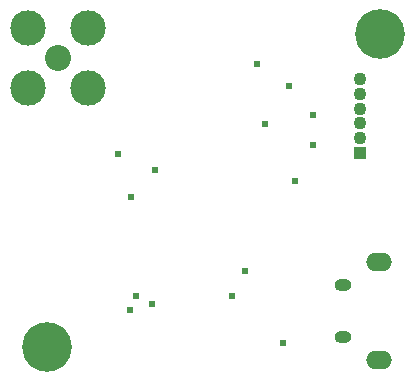
<source format=gbs>
G04 Layer_Color=16711935*
%FSLAX25Y25*%
%MOIN*%
G70*
G01*
G75*
%ADD60C,0.16548*%
%ADD61C,0.08674*%
%ADD62C,0.11824*%
%ADD63C,0.04343*%
%ADD64R,0.04343X0.04343*%
%ADD65O,0.05721X0.04147*%
%ADD66O,0.08674X0.06017*%
%ADD67C,0.02375*%
D60*
X273000Y457500D02*
D03*
X162000Y353000D02*
D03*
D61*
X165500Y449500D02*
D03*
D62*
X155500Y439500D02*
D03*
X175500D02*
D03*
Y459500D02*
D03*
X155500D02*
D03*
D63*
X266217Y442303D02*
D03*
Y422618D02*
D03*
Y427539D02*
D03*
Y432461D02*
D03*
Y437382D02*
D03*
D64*
Y417697D02*
D03*
D65*
X260486Y356240D02*
D03*
Y373760D02*
D03*
D66*
X272514Y381437D02*
D03*
Y348563D02*
D03*
D67*
X232000Y447500D02*
D03*
X242500Y440000D02*
D03*
X244500Y408500D02*
D03*
X234500Y427500D02*
D03*
X250500Y420240D02*
D03*
Y430500D02*
D03*
X197000Y367500D02*
D03*
X191500Y370000D02*
D03*
X198000Y412000D02*
D03*
X223500Y370000D02*
D03*
X190000Y403000D02*
D03*
X228000Y378500D02*
D03*
X240500Y354500D02*
D03*
X189500Y365500D02*
D03*
X185500Y417500D02*
D03*
M02*

</source>
